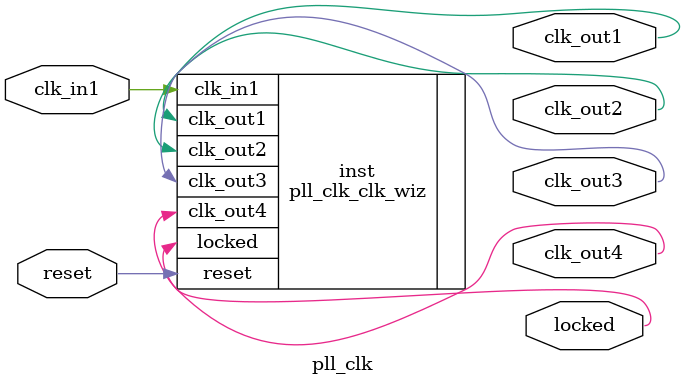
<source format=v>


`timescale 1ps/1ps

(* CORE_GENERATION_INFO = "pll_clk,clk_wiz_v6_0_2_0_0,{component_name=pll_clk,use_phase_alignment=true,use_min_o_jitter=false,use_max_i_jitter=false,use_dyn_phase_shift=false,use_inclk_switchover=false,use_dyn_reconfig=false,enable_axi=0,feedback_source=FDBK_AUTO,PRIMITIVE=MMCM,num_out_clk=4,clkin1_period=20.000,clkin2_period=10.0,use_power_down=false,use_reset=true,use_locked=true,use_inclk_stopped=false,feedback_type=SINGLE,CLOCK_MGR_TYPE=NA,manual_override=false}" *)

module pll_clk 
 (
  // Clock out ports
  output        clk_out1,
  output        clk_out2,
  output        clk_out3,
  output        clk_out4,
  // Status and control signals
  input         reset,
  output        locked,
 // Clock in ports
  input         clk_in1
 );

  pll_clk_clk_wiz inst
  (
  // Clock out ports  
  .clk_out1(clk_out1),
  .clk_out2(clk_out2),
  .clk_out3(clk_out3),
  .clk_out4(clk_out4),
  // Status and control signals               
  .reset(reset), 
  .locked(locked),
 // Clock in ports
  .clk_in1(clk_in1)
  );

endmodule

</source>
